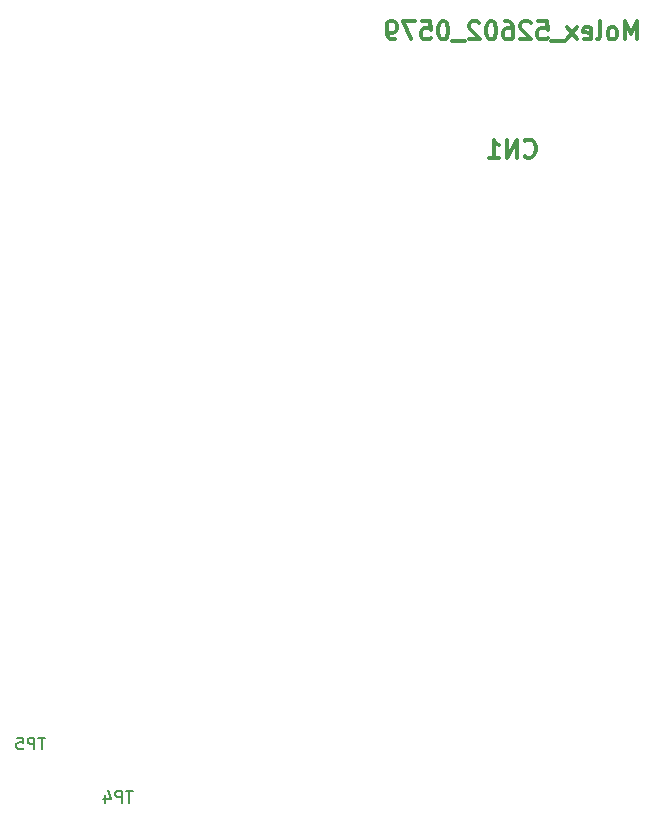
<source format=gbo>
G04 #@! TF.FileFunction,Legend,Bot*
%FSLAX46Y46*%
G04 Gerber Fmt 4.6, Leading zero omitted, Abs format (unit mm)*
G04 Created by KiCad (PCBNEW no-vcs-found-product) date Sat 05 Dec 2015 15:20:37 CET*
%MOMM*%
G01*
G04 APERTURE LIST*
%ADD10C,0.150000*%
%ADD11C,0.304800*%
G04 APERTURE END LIST*
D10*
D11*
X169052286Y-67545546D02*
X169124857Y-67618117D01*
X169342571Y-67690689D01*
X169487714Y-67690689D01*
X169705429Y-67618117D01*
X169850571Y-67472974D01*
X169923143Y-67327831D01*
X169995714Y-67037546D01*
X169995714Y-66819831D01*
X169923143Y-66529546D01*
X169850571Y-66384403D01*
X169705429Y-66239260D01*
X169487714Y-66166689D01*
X169342571Y-66166689D01*
X169124857Y-66239260D01*
X169052286Y-66311831D01*
X168399143Y-67690689D02*
X168399143Y-66166689D01*
X167528286Y-67690689D01*
X167528286Y-66166689D01*
X166004286Y-67690689D02*
X166875143Y-67690689D01*
X166439715Y-67690689D02*
X166439715Y-66166689D01*
X166584858Y-66384403D01*
X166730000Y-66529546D01*
X166875143Y-66602117D01*
X178559145Y-57688169D02*
X178559145Y-56164169D01*
X178051145Y-57252740D01*
X177543145Y-56164169D01*
X177543145Y-57688169D01*
X176599717Y-57688169D02*
X176744859Y-57615597D01*
X176817431Y-57543026D01*
X176890002Y-57397883D01*
X176890002Y-56962454D01*
X176817431Y-56817311D01*
X176744859Y-56744740D01*
X176599717Y-56672169D01*
X176382002Y-56672169D01*
X176236859Y-56744740D01*
X176164288Y-56817311D01*
X176091717Y-56962454D01*
X176091717Y-57397883D01*
X176164288Y-57543026D01*
X176236859Y-57615597D01*
X176382002Y-57688169D01*
X176599717Y-57688169D01*
X175220860Y-57688169D02*
X175366002Y-57615597D01*
X175438574Y-57470454D01*
X175438574Y-56164169D01*
X174059716Y-57615597D02*
X174204859Y-57688169D01*
X174495145Y-57688169D01*
X174640288Y-57615597D01*
X174712859Y-57470454D01*
X174712859Y-56889883D01*
X174640288Y-56744740D01*
X174495145Y-56672169D01*
X174204859Y-56672169D01*
X174059716Y-56744740D01*
X173987145Y-56889883D01*
X173987145Y-57035026D01*
X174712859Y-57180169D01*
X173479145Y-57688169D02*
X172680859Y-56672169D01*
X173479145Y-56672169D02*
X172680859Y-57688169D01*
X172463145Y-57833311D02*
X171302002Y-57833311D01*
X170213431Y-56164169D02*
X170939145Y-56164169D01*
X171011716Y-56889883D01*
X170939145Y-56817311D01*
X170794002Y-56744740D01*
X170431145Y-56744740D01*
X170286002Y-56817311D01*
X170213431Y-56889883D01*
X170140859Y-57035026D01*
X170140859Y-57397883D01*
X170213431Y-57543026D01*
X170286002Y-57615597D01*
X170431145Y-57688169D01*
X170794002Y-57688169D01*
X170939145Y-57615597D01*
X171011716Y-57543026D01*
X169560287Y-56309311D02*
X169487716Y-56236740D01*
X169342573Y-56164169D01*
X168979716Y-56164169D01*
X168834573Y-56236740D01*
X168762002Y-56309311D01*
X168689430Y-56454454D01*
X168689430Y-56599597D01*
X168762002Y-56817311D01*
X169632859Y-57688169D01*
X168689430Y-57688169D01*
X167383144Y-56164169D02*
X167673430Y-56164169D01*
X167818573Y-56236740D01*
X167891144Y-56309311D01*
X168036287Y-56527026D01*
X168108858Y-56817311D01*
X168108858Y-57397883D01*
X168036287Y-57543026D01*
X167963715Y-57615597D01*
X167818573Y-57688169D01*
X167528287Y-57688169D01*
X167383144Y-57615597D01*
X167310573Y-57543026D01*
X167238001Y-57397883D01*
X167238001Y-57035026D01*
X167310573Y-56889883D01*
X167383144Y-56817311D01*
X167528287Y-56744740D01*
X167818573Y-56744740D01*
X167963715Y-56817311D01*
X168036287Y-56889883D01*
X168108858Y-57035026D01*
X166294572Y-56164169D02*
X166149429Y-56164169D01*
X166004286Y-56236740D01*
X165931715Y-56309311D01*
X165859144Y-56454454D01*
X165786572Y-56744740D01*
X165786572Y-57107597D01*
X165859144Y-57397883D01*
X165931715Y-57543026D01*
X166004286Y-57615597D01*
X166149429Y-57688169D01*
X166294572Y-57688169D01*
X166439715Y-57615597D01*
X166512286Y-57543026D01*
X166584858Y-57397883D01*
X166657429Y-57107597D01*
X166657429Y-56744740D01*
X166584858Y-56454454D01*
X166512286Y-56309311D01*
X166439715Y-56236740D01*
X166294572Y-56164169D01*
X165206000Y-56309311D02*
X165133429Y-56236740D01*
X164988286Y-56164169D01*
X164625429Y-56164169D01*
X164480286Y-56236740D01*
X164407715Y-56309311D01*
X164335143Y-56454454D01*
X164335143Y-56599597D01*
X164407715Y-56817311D01*
X165278572Y-57688169D01*
X164335143Y-57688169D01*
X164044857Y-57833311D02*
X162883714Y-57833311D01*
X162230571Y-56164169D02*
X162085428Y-56164169D01*
X161940285Y-56236740D01*
X161867714Y-56309311D01*
X161795143Y-56454454D01*
X161722571Y-56744740D01*
X161722571Y-57107597D01*
X161795143Y-57397883D01*
X161867714Y-57543026D01*
X161940285Y-57615597D01*
X162085428Y-57688169D01*
X162230571Y-57688169D01*
X162375714Y-57615597D01*
X162448285Y-57543026D01*
X162520857Y-57397883D01*
X162593428Y-57107597D01*
X162593428Y-56744740D01*
X162520857Y-56454454D01*
X162448285Y-56309311D01*
X162375714Y-56236740D01*
X162230571Y-56164169D01*
X160343714Y-56164169D02*
X161069428Y-56164169D01*
X161141999Y-56889883D01*
X161069428Y-56817311D01*
X160924285Y-56744740D01*
X160561428Y-56744740D01*
X160416285Y-56817311D01*
X160343714Y-56889883D01*
X160271142Y-57035026D01*
X160271142Y-57397883D01*
X160343714Y-57543026D01*
X160416285Y-57615597D01*
X160561428Y-57688169D01*
X160924285Y-57688169D01*
X161069428Y-57615597D01*
X161141999Y-57543026D01*
X159763142Y-56164169D02*
X158747142Y-56164169D01*
X159400285Y-57688169D01*
X158093998Y-57688169D02*
X157803713Y-57688169D01*
X157658570Y-57615597D01*
X157585998Y-57543026D01*
X157440856Y-57325311D01*
X157368284Y-57035026D01*
X157368284Y-56454454D01*
X157440856Y-56309311D01*
X157513427Y-56236740D01*
X157658570Y-56164169D01*
X157948856Y-56164169D01*
X158093998Y-56236740D01*
X158166570Y-56309311D01*
X158239141Y-56454454D01*
X158239141Y-56817311D01*
X158166570Y-56962454D01*
X158093998Y-57035026D01*
X157948856Y-57107597D01*
X157658570Y-57107597D01*
X157513427Y-57035026D01*
X157440856Y-56962454D01*
X157368284Y-56817311D01*
D10*
X128461905Y-116792381D02*
X127890476Y-116792381D01*
X128176191Y-117792381D02*
X128176191Y-116792381D01*
X127557143Y-117792381D02*
X127557143Y-116792381D01*
X127176190Y-116792381D01*
X127080952Y-116840000D01*
X127033333Y-116887619D01*
X126985714Y-116982857D01*
X126985714Y-117125714D01*
X127033333Y-117220952D01*
X127080952Y-117268571D01*
X127176190Y-117316190D01*
X127557143Y-117316190D01*
X126080952Y-116792381D02*
X126557143Y-116792381D01*
X126604762Y-117268571D01*
X126557143Y-117220952D01*
X126461905Y-117173333D01*
X126223809Y-117173333D01*
X126128571Y-117220952D01*
X126080952Y-117268571D01*
X126033333Y-117363810D01*
X126033333Y-117601905D01*
X126080952Y-117697143D01*
X126128571Y-117744762D01*
X126223809Y-117792381D01*
X126461905Y-117792381D01*
X126557143Y-117744762D01*
X126604762Y-117697143D01*
X135861905Y-121292381D02*
X135290476Y-121292381D01*
X135576191Y-122292381D02*
X135576191Y-121292381D01*
X134957143Y-122292381D02*
X134957143Y-121292381D01*
X134576190Y-121292381D01*
X134480952Y-121340000D01*
X134433333Y-121387619D01*
X134385714Y-121482857D01*
X134385714Y-121625714D01*
X134433333Y-121720952D01*
X134480952Y-121768571D01*
X134576190Y-121816190D01*
X134957143Y-121816190D01*
X133528571Y-121625714D02*
X133528571Y-122292381D01*
X133766667Y-121244762D02*
X134004762Y-121959048D01*
X133385714Y-121959048D01*
M02*

</source>
